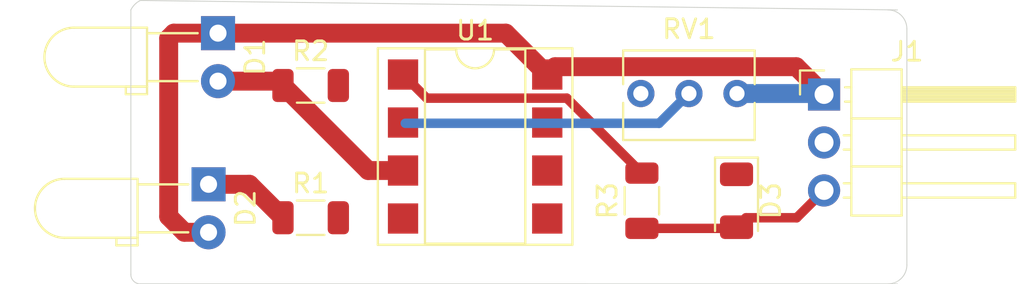
<source format=kicad_pcb>
(kicad_pcb (version 20240108) (generator "pcbnew") (generator_version "8.0")
  (layers (0 "F.Cu" signal) (31 "B.Cu" signal) (34 "B.Paste" user) (35 "F.Paste" user) (36 "B.SilkS" user "B.Silkscreen") (37 "F.SilkS" user "F.Silkscreen") (38 "B.Mask" user) (39 "F.Mask" user) (44 "Edge.Cuts" user))
  (net 0 "")
  (net 1 "Net-(D2-K)")
  (net 2 "GND")
  (net 3 "Net-(D1-A)")
  (net 4 "Net-(R3-Pad2)")
  (net 5 "Net-(U1A--)")
  (net 6 "+5V")
  (net 7 "OUT")
  (footprint "Potentiometer_THT:Potentiometer_Bourns_3266Y_Vertical" (layer "F.Cu") (at 256.025 63.425)
    (property "Reference" "RV1" (at -2.54 -3.41 0) (layer "F.SilkS"))
    (property "Value" "10k")
    (fp_line (start -6.015 -2.28) (end -6.015 -0.494) (stroke (width 0.12)) (layer "F.SilkS"))
    (fp_line (start -6.015 -2.28) (end 0.935 -2.28) (stroke (width 0.12)) (layer "F.SilkS"))
    (fp_line (start -6.015 0.496) (end -6.015 2.46) (stroke (width 0.12)) (layer "F.SilkS"))
    (fp_line (start -6.015 2.46) (end 0.935 2.46) (stroke (width 0.12)) (layer "F.SilkS"))
    (fp_line (start 0.935 -2.28) (end 0.935 -0.494) (stroke (width 0.12)) (layer "F.SilkS"))
    (fp_line (start 0.935 0.496) (end 0.935 2.46) (stroke (width 0.12)) (layer "F.SilkS"))
    (pad "1" thru_hole circle (at 0 0) (size 1.44 1.44) (drill 0.8) (layers "*.Cu" "*.Mask") (net 6 "+5V"))
    (pad "2" thru_hole circle (at -2.54 0) (size 1.44 1.44) (drill 0.8) (layers "*.Cu" "*.Mask") (net 5 "Net-(U1A--)"))
    (pad "3" thru_hole circle (at -5.08 0) (size 1.44 1.44) (drill 0.8) (layers "*.Cu" "*.Mask") (net 2 "GND"))
  )
  (footprint "Connector_PinHeader_2.54mm:PinHeader_1x03_P2.54mm_Horizontal" (layer "F.Cu") (at 260.625 63.475)
    (property "Reference" "J1" (at 4.385 -2.27 0) (layer "F.SilkS"))
    (property "Value" "POWERCON")
    (fp_line (start -1.27 -1.27) (end 0 -1.27) (stroke (width 0.12)) (layer "F.SilkS"))
    (fp_line (start -1.27 0) (end -1.27 -1.27) (stroke (width 0.12)) (layer "F.SilkS"))
    (fp_line (start 1.042929 2.16) (end 1.44 2.16) (stroke (width 0.12)) (layer "F.SilkS"))
    (fp_line (start 1.042929 2.92) (end 1.44 2.92) (stroke (width 0.12)) (layer "F.SilkS"))
    (fp_line (start 1.042929 4.7) (end 1.44 4.7) (stroke (width 0.12)) (layer "F.SilkS"))
    (fp_line (start 1.042929 5.46) (end 1.44 5.46) (stroke (width 0.12)) (layer "F.SilkS"))
    (fp_line (start 1.11 -0.38) (end 1.44 -0.38) (stroke (width 0.12)) (layer "F.SilkS"))
    (fp_line (start 1.11 0.38) (end 1.44 0.38) (stroke (width 0.12)) (layer "F.SilkS"))
    (fp_line (start 1.44 -1.33) (end 1.44 6.41) (stroke (width 0.12)) (layer "F.SilkS"))
    (fp_line (start 1.44 1.27) (end 4.1 1.27) (stroke (width 0.12)) (layer "F.SilkS"))
    (fp_line (start 1.44 3.81) (end 4.1 3.81) (stroke (width 0.12)) (layer "F.SilkS"))
    (fp_line (start 1.44 6.41) (end 4.1 6.41) (stroke (width 0.12)) (layer "F.SilkS"))
    (fp_line (start 4.1 -1.33) (end 1.44 -1.33) (stroke (width 0.12)) (layer "F.SilkS"))
    (fp_line (start 4.1 -0.38) (end 10.1 -0.38) (stroke (width 0.12)) (layer "F.SilkS"))
    (fp_line (start 4.1 -0.32) (end 10.1 -0.32) (stroke (width 0.12)) (layer "F.SilkS"))
    (fp_line (start 4.1 -0.2) (end 10.1 -0.2) (stroke (width 0.12)) (layer "F.SilkS"))
    (fp_line (start 4.1 -0.08) (end 10.1 -0.08) (stroke (width 0.12)) (layer "F.SilkS"))
    (fp_line (start 4.1 0.04) (end 10.1 0.04) (stroke (width 0.12)) (layer "F.SilkS"))
    (fp_line (start 4.1 0.16) (end 10.1 0.16) (stroke (width 0.12)) (layer "F.SilkS"))
    (fp_line (start 4.1 0.28) (end 10.1 0.28) (stroke (width 0.12)) (layer "F.SilkS"))
    (fp_line (start 4.1 2.16) (end 10.1 2.16) (stroke (width 0.12)) (layer "F.SilkS"))
    (fp_line (start 4.1 4.7) (end 10.1 4.7) (stroke (width 0.12)) (layer "F.SilkS"))
    (fp_line (start 4.1 6.41) (end 4.1 -1.33) (stroke (width 0.12)) (layer "F.SilkS"))
    (fp_line (start 10.1 -0.38) (end 10.1 0.38) (stroke (width 0.12)) (layer "F.SilkS"))
    (fp_line (start 10.1 0.38) (end 4.1 0.38) (stroke (width 0.12)) (layer "F.SilkS"))
    (fp_line (start 10.1 2.16) (end 10.1 2.92) (stroke (width 0.12)) (layer "F.SilkS"))
    (fp_line (start 10.1 2.92) (end 4.1 2.92) (stroke (width 0.12)) (layer "F.SilkS"))
    (fp_line (start 10.1 4.7) (end 10.1 5.46) (stroke (width 0.12)) (layer "F.SilkS"))
    (fp_line (start 10.1 5.46) (end 4.1 5.46) (stroke (width 0.12)) (layer "F.SilkS"))
    (pad "1" thru_hole rect (at 0 0) (size 1.7 1.7) (drill 1) (layers "*.Cu" "*.Mask") (net 6 "+5V"))
    (pad "2" thru_hole oval (at 0 2.54) (size 1.7 1.7) (drill 1) (layers "*.Cu" "*.Mask") (net 2 "GND"))
    (pad "3" thru_hole oval (at 0 5.08) (size 1.7 1.7) (drill 1) (layers "*.Cu" "*.Mask") (net 7 "OUT"))
  )
  (footprint "Resistor_SMD:R_1206_3216Metric" (layer "F.Cu") (at 233.5 63)
    (property "Reference" "R2" (at 0 -1.82 0) (layer "F.SilkS"))
    (property "Value" "10k")
    (fp_line (start -0.727064 -0.91) (end 0.727064 -0.91) (stroke (width 0.12)) (layer "F.SilkS"))
    (fp_line (start -0.727064 0.91) (end 0.727064 0.91) (stroke (width 0.12)) (layer "F.SilkS"))
    (pad "1" smd roundrect (at -1.4625 0) (size 1.125 1.75) (layers "F.Cu" "F.Paste" "F.Mask") (roundrect_rratio 0.222222) (net 3 "Net-(D1-A)"))
    (pad "2" smd roundrect (at 1.4625 0) (size 1.125 1.75) (layers "F.Cu" "F.Paste" "F.Mask") (roundrect_rratio 0.222222) (net 2 "GND"))
  )
  (footprint "Resistor_SMD:R_1206_3216Metric" (layer "F.Cu") (at 233.5 70)
    (property "Reference" "R1" (at 0 -1.82 0) (layer "F.SilkS"))
    (property "Value" "100")
    (fp_line (start -0.727064 -0.91) (end 0.727064 -0.91) (stroke (width 0.12)) (layer "F.SilkS"))
    (fp_line (start -0.727064 0.91) (end 0.727064 0.91) (stroke (width 0.12)) (layer "F.SilkS"))
    (pad "1" smd roundrect (at -1.4625 0) (size 1.125 1.75) (layers "F.Cu" "F.Paste" "F.Mask") (roundrect_rratio 0.222222) (net 1 "Net-(D2-K)"))
    (pad "2" smd roundrect (at 1.4625 0) (size 1.125 1.75) (layers "F.Cu" "F.Paste" "F.Mask") (roundrect_rratio 0.222222) (net 2 "GND"))
  )
  (footprint "LED_SMD:LED_1206_3216Metric" (layer "F.Cu") (at 256 69.1 -90)
    (property "Reference" "D3" (at 0 -1.82 90) (layer "F.SilkS"))
    (property "Value" "LED")
    (fp_line (start -2.285 1.135) (end 1.6 1.135) (stroke (width 0.12)) (layer "F.SilkS"))
    (fp_line (start -2.285 -1.135) (end -2.285 1.135) (stroke (width 0.12)) (layer "F.SilkS"))
    (fp_line (start 1.6 -1.135) (end -2.285 -1.135) (stroke (width 0.12)) (layer "F.SilkS"))
    (pad "1" smd roundrect (at -1.4 0 270) (size 1.25 1.75) (layers "F.Cu" "F.Paste" "F.Mask") (roundrect_rratio 0.2) (net 2 "GND"))
    (pad "2" smd roundrect (at 1.4 0 270) (size 1.25 1.75) (layers "F.Cu" "F.Paste" "F.Mask") (roundrect_rratio 0.2) (net 7 "OUT"))
  )
  (footprint "Package_DIP:DIP-8_W7.62mm_SMDSocket_SmallPads" (layer "F.Cu") (at 242.19 66.23)
    (property "Reference" "U1" (at 0 -6.14 0) (layer "F.SilkS"))
    (property "Value" "LM358")
    (fp_line (start -5.14 -5.2) (end -5.14 5.2) (stroke (width 0.12)) (layer "F.SilkS"))
    (fp_line (start -5.14 5.2) (end 5.14 5.2) (stroke (width 0.12)) (layer "F.SilkS"))
    (fp_line (start -2.65 -5.14) (end -2.65 5.14) (stroke (width 0.12)) (layer "F.SilkS"))
    (fp_line (start -2.65 5.14) (end 2.65 5.14) (stroke (width 0.12)) (layer "F.SilkS"))
    (fp_line (start -1 -5.14) (end -2.65 -5.14) (stroke (width 0.12)) (layer "F.SilkS"))
    (fp_line (start 2.65 -5.14) (end 1 -5.14) (stroke (width 0.12)) (layer "F.SilkS"))
    (fp_line (start 2.65 5.14) (end 2.65 -5.14) (stroke (width 0.12)) (layer "F.SilkS"))
    (fp_line (start 5.14 -5.2) (end -5.14 -5.2) (stroke (width 0.12)) (layer "F.SilkS"))
    (fp_line (start 5.14 5.2) (end 5.14 -5.2) (stroke (width 0.12)) (layer "F.SilkS"))
    (fp_arc (start 1 -5.14) (mid 0 -4.14) (end -1 -5.14) (stroke (width 0.12)) (layer "F.SilkS"))
    (pad "1" smd rect (at -3.81 -3.81) (size 1.6 1.6) (layers "F.Cu" "F.Paste" "F.Mask") (net 4 "Net-(R3-Pad2)"))
    (pad "2" smd rect (at -3.81 -1.27) (size 1.6 1.6) (layers "F.Cu" "F.Paste" "F.Mask") (net 5 "Net-(U1A--)"))
    (pad "3" smd rect (at -3.81 1.27) (size 1.6 1.6) (layers "F.Cu" "F.Paste" "F.Mask") (net 3 "Net-(D1-A)"))
    (pad "4" smd rect (at -3.81 3.81) (size 1.6 1.6) (layers "F.Cu" "F.Paste" "F.Mask") (net 2 "GND"))
    (pad "5" smd rect (at 3.81 3.81) (size 1.6 1.6) (layers "F.Cu" "F.Paste" "F.Mask"))
    (pad "6" smd rect (at 3.81 1.27) (size 1.6 1.6) (layers "F.Cu" "F.Paste" "F.Mask"))
    (pad "7" smd rect (at 3.81 -1.27) (size 1.6 1.6) (layers "F.Cu" "F.Paste" "F.Mask"))
    (pad "8" smd rect (at 3.81 -3.81) (size 1.6 1.6) (layers "F.Cu" "F.Paste" "F.Mask") (net 6 "+5V"))
  )
  (footprint "LED_THT:LED_D3.0mm_Horizontal_O3.81mm_Z2.0mm" (layer "F.Cu") (at 228.105 68.23 -90)
    (property "Reference" "D2" (at 1.27 -1.96 90) (layer "F.SilkS"))
    (property "Value" "LED")
    (fp_line (start 2.83 4.87) (end 2.83 3.75) (stroke (width 0.12)) (layer "F.SilkS"))
    (fp_line (start 3.23 4.87) (end 2.83 4.87) (stroke (width 0.12)) (layer "F.SilkS"))
    (fp_line (start -0.29 3.75) (end -0.29 7.61) (stroke (width 0.12)) (layer "F.SilkS"))
    (fp_line (start -0.29 3.75) (end 2.83 3.75) (stroke (width 0.12)) (layer "F.SilkS"))
    (fp_line (start 0 3.75) (end 0 3.75) (stroke (width 0.12)) (layer "F.SilkS"))
    (fp_line (start 0 3.75) (end 0 1.08) (stroke (width 0.12)) (layer "F.SilkS"))
    (fp_line (start 2.54 3.75) (end 2.54 3.75) (stroke (width 0.12)) (layer "F.SilkS"))
    (fp_line (start 2.54 3.75) (end 2.54 1.08) (stroke (width 0.12)) (layer "F.SilkS"))
    (fp_line (start 2.83 3.75) (end 2.83 7.61) (stroke (width 0.12)) (layer "F.SilkS"))
    (fp_line (start 2.83 3.75) (end 3.23 3.75) (stroke (width 0.12)) (layer "F.SilkS"))
    (fp_line (start 3.23 3.75) (end 3.23 4.87) (stroke (width 0.12)) (layer "F.SilkS"))
    (fp_line (start 0 1.08) (end 0 3.75) (stroke (width 0.12)) (layer "F.SilkS"))
    (fp_line (start 0 1.08) (end 0 1.08) (stroke (width 0.12)) (layer "F.SilkS"))
    (fp_line (start 2.54 1.08) (end 2.54 3.75) (stroke (width 0.12)) (layer "F.SilkS"))
    (fp_line (start 2.54 1.08) (end 2.54 1.08) (stroke (width 0.12)) (layer "F.SilkS"))
    (fp_arc (start 2.83 7.61) (mid 1.27 9.17) (end -0.29 7.61) (stroke (width 0.12)) (layer "F.SilkS"))
    (pad "1" thru_hole rect (at 0 0 270) (size 1.8 1.8) (drill 0.9) (layers "*.Cu" "*.Mask") (net 1 "Net-(D2-K)"))
    (pad "2" thru_hole circle (at 2.54 0 270) (size 1.8 1.8) (drill 0.9) (layers "*.Cu" "*.Mask") (net 6 "+5V"))
  )
  (footprint "LED_THT:LED_D3.0mm_Horizontal_O3.81mm_Z2.0mm" (layer "F.Cu") (at 228.605 60.23 -90)
    (property "Reference" "D1" (at 1.27 -1.96 90) (layer "F.SilkS"))
    (property "Value" "LED")
    (fp_line (start 2.83 4.87) (end 2.83 3.75) (stroke (width 0.12)) (layer "F.SilkS"))
    (fp_line (start 3.23 4.87) (end 2.83 4.87) (stroke (width 0.12)) (layer "F.SilkS"))
    (fp_line (start -0.29 3.75) (end -0.29 7.61) (stroke (width 0.12)) (layer "F.SilkS"))
    (fp_line (start -0.29 3.75) (end 2.83 3.75) (stroke (width 0.12)) (layer "F.SilkS"))
    (fp_line (start 0 3.75) (end 0 3.75) (stroke (width 0.12)) (layer "F.SilkS"))
    (fp_line (start 0 3.75) (end 0 1.08) (stroke (width 0.12)) (layer "F.SilkS"))
    (fp_line (start 2.54 3.75) (end 2.54 3.75) (stroke (width 0.12)) (layer "F.SilkS"))
    (fp_line (start 2.54 3.75) (end 2.54 1.08) (stroke (width 0.12)) (layer "F.SilkS"))
    (fp_line (start 2.83 3.75) (end 2.83 7.61) (stroke (width 0.12)) (layer "F.SilkS"))
    (fp_line (start 2.83 3.75) (end 3.23 3.75) (stroke (width 0.12)) (layer "F.SilkS"))
    (fp_line (start 3.23 3.75) (end 3.23 4.87) (stroke (width 0.12)) (layer "F.SilkS"))
    (fp_line (start 0 1.08) (end 0 3.75) (stroke (width 0.12)) (layer "F.SilkS"))
    (fp_line (start 0 1.08) (end 0 1.08) (stroke (width 0.12)) (layer "F.SilkS"))
    (fp_line (start 2.54 1.08) (end 2.54 3.75) (stroke (width 0.12)) (layer "F.SilkS"))
    (fp_line (start 2.54 1.08) (end 2.54 1.08) (stroke (width 0.12)) (layer "F.SilkS"))
    (fp_arc (start 2.83 7.61) (mid 1.27 9.17) (end -0.29 7.61) (stroke (width 0.12)) (layer "F.SilkS"))
    (pad "1" thru_hole rect (at 0 0 270) (size 1.8 1.8) (drill 0.9) (layers "*.Cu" "*.Mask") (net 6 "+5V"))
    (pad "2" thru_hole circle (at 2.54 0 270) (size 1.8 1.8) (drill 0.9) (layers "*.Cu" "*.Mask") (net 3 "Net-(D1-A)"))
  )
  (footprint "Resistor_SMD:R_1206_3216Metric" (layer "F.Cu") (at 251 69.1 90)
    (property "Reference" "R3" (at 0 -1.82 90) (layer "F.SilkS"))
    (property "Value" "330")
    (fp_line (start -0.727064 -0.91) (end 0.727064 -0.91) (stroke (width 0.12)) (layer "F.SilkS"))
    (fp_line (start -0.727064 0.91) (end 0.727064 0.91) (stroke (width 0.12)) (layer "F.SilkS"))
    (pad "1" smd roundrect (at -1.4625 0 90) (size 1.125 1.75) (layers "F.Cu" "F.Paste" "F.Mask") (roundrect_rratio 0.222222) (net 7 "OUT"))
    (pad "2" smd roundrect (at 1.4625 0 90) (size 1.125 1.75) (layers "F.Cu" "F.Paste" "F.Mask") (roundrect_rratio 0.222222) (net 4 "Net-(R3-Pad2)"))
  )
  (gr_line (start 264.5 59) (end 224.5 58.5) (stroke (width 0.05)) (layer "Edge.Cuts"))
  (gr_arc (start 224.500001 73.5) (mid 224.146447 73.353554) (end 224 73) (stroke (width 0.05)) (layer "Edge.Cuts"))
  (gr_line (start 224 59) (end 224 73) (stroke (width 0.05)) (layer "Edge.Cuts"))
  (gr_arc (start 224.000001 59) (mid 224.209431 58.709431) (end 224.5 58.500001) (stroke (width 0.05)) (layer "Edge.Cuts"))
  (gr_arc (start 265 72.5) (mid 264.707107 73.207107) (end 264 73.5) (stroke (width 0.05)) (layer "Edge.Cuts"))
  (gr_arc (start 264 59) (mid 264.707107 59.292893) (end 265 60) (stroke (width 0.05)) (layer "Edge.Cuts"))
  (gr_line (start 265 60) (end 265 72.5) (stroke (width 0.05)) (layer "Edge.Cuts"))
  (gr_line (start 264.5 73.5) (end 224.500001 73.496815) (stroke (width 0.05)) (layer "Edge.Cuts"))
  (segment (start 230.2675 68.23) (end 232.0375 70) (width 1) (layer "F.Cu") (net 1))
  (segment (start 228.105 68.23) (end 230.2675 68.23) (width 1) (layer "F.Cu") (net 1))
  (segment (start 231.8075 62.77) (end 232.0375 63) (width 1) (layer "F.Cu") (net 3))
  (segment (start 236.5375 67.5) (end 238.38 67.5) (width 1) (layer "F.Cu") (net 3))
  (segment (start 228.605 62.77) (end 231.8075 62.77) (width 1) (layer "F.Cu") (net 3))
  (segment (start 232.0375 63) (end 236.5375 67.5) (width 1) (layer "F.Cu") (net 3))
  (segment (start 239.63 63.67) (end 247.0325 63.67) (width 0.5) (layer "F.Cu") (net 4))
  (segment (start 238.38 62.42) (end 239.63 63.67) (width 0.5) (layer "F.Cu") (net 4))
  (segment (start 247.0325 63.67) (end 251 67.6375) (width 0.5) (layer "F.Cu") (net 4))
  (segment (start 251.91 65) (end 238.5 65) (width 0.5) (layer "B.Cu") (net 5))
  (segment (start 253.485 63.425) (end 251.91 65) (width 0.5) (layer "B.Cu") (net 5))
  (segment (start 228.605 60.23) (end 243.81 60.23) (width 1) (layer "F.Cu") (net 6))
  (segment (start 226.832208 70.77) (end 226 69.937792) (width 1) (layer "F.Cu") (net 6))
  (segment (start 228.105 70.77) (end 226.832208 70.77) (width 1) (layer "F.Cu") (net 6))
  (segment (start 226 69.937792) (end 226 60.5) (width 1) (layer "F.Cu") (net 6))
  (segment (start 246.415 62.005) (end 246 62.42) (width 1) (layer "F.Cu") (net 6))
  (segment (start 226.27 60.23) (end 228.605 60.23) (width 1) (layer "F.Cu") (net 6))
  (segment (start 259.155 62.005) (end 246.415 62.005) (width 1) (layer "F.Cu") (net 6))
  (segment (start 260.625 63.475) (end 259.155 62.005) (width 1) (layer "F.Cu") (net 6))
  (segment (start 226 60.5) (end 226.27 60.23) (width 1) (layer "F.Cu") (net 6))
  (segment (start 243.81 60.23) (end 246 62.42) (width 1) (layer "F.Cu") (net 6))
  (segment (start 260.575 63.425) (end 260.625 63.475) (width 1) (layer "B.Cu") (net 6))
  (segment (start 256.025 63.425) (end 260.575 63.425) (width 1) (layer "B.Cu") (net 6))
  (segment (start 256.5 70) (end 259.18 70) (width 0.5) (layer "F.Cu") (net 7))
  (segment (start 251 70.5625) (end 255.9375 70.5625) (width 0.5) (layer "F.Cu") (net 7))
  (segment (start 259.18 70) (end 260.625 68.555) (width 0.5) (layer "F.Cu") (net 7))
  (segment (start 255.9375 70.5625) (end 256 70.5) (width 0.5) (layer "F.Cu") (net 7))
  (segment (start 256 70.5) (end 256.5 70) (width 0.5) (layer "F.Cu") (net 7))
)
</source>
